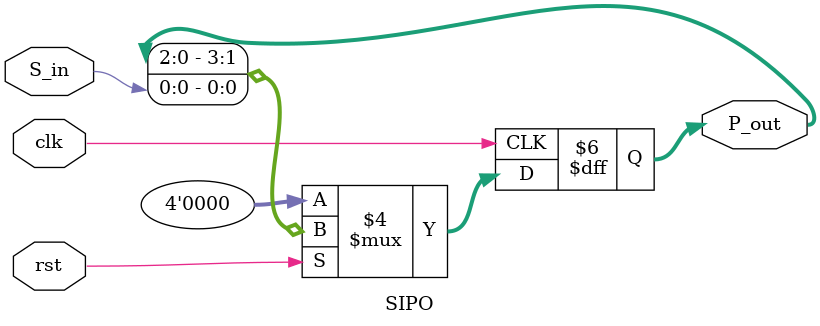
<source format=v>
module SIPO (input  S_in,clk,rst, output reg [3:0] P_out);



always @(posedge clk) begin
    if (!rst) begin
        P_out = 4'b0000; // Reset output to 0

    end
    else begin
        P_out = {P_out[2:0], S_in}; // Shift in the new bit
    end
end



endmodule
</source>
